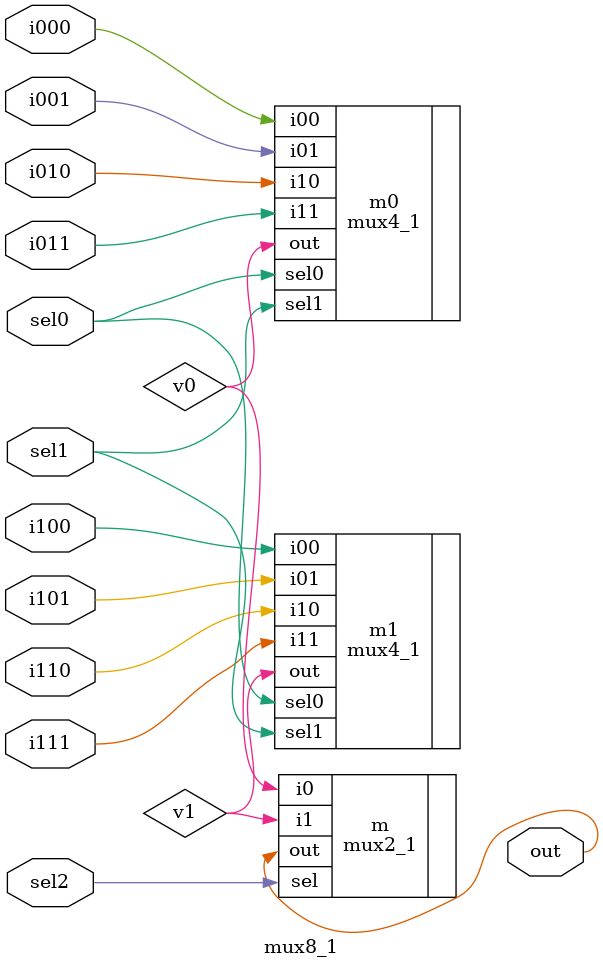
<source format=v>
module mux8_1(out, i000, i001, i010, i011, i100, i101, i110, i111, sel0, sel1, sel2);
		output out;
		input i000, i001, i010, i011, i100, i101, i110, i111;
		input sel0, sel1, sel2;
		
		wire v0, v1;
		
		mux4_1 m0(.out(v0), .i00(i000), .i01(i001), .i10(i010), .i11(i011), .sel0(sel0), .sel1(sel1));
		mux4_1 m1(.out(v1), .i00(i100), .i01(i101), .i10(i110), .i11(i111), .sel0(sel0), .sel1(sel1));
		mux2_1 m(.out(out), .i0(v0) , .i1(v1) , .sel(sel2));
endmodule 

//module mux8_1_testbench();
//		reg i000, i001, i010, i011, i100, i101, i110, i111, sel0, sel1, sel2;
//		wire out;
//		
//		mux8_1 dut (out, i000, i001, i010, i011, i100, i101, i110, i111, sel0, sel1, sel2);
//		
//		integer counter;
//		initial begin
//				for (counter = 0; counter < 2048; counter++) begin
//						{sel2, sel1, sel0, i000, i001, i010, i011, i100, i101, i110, i111} = counter; #10;
//				end
//		end
//endmodule	
</source>
